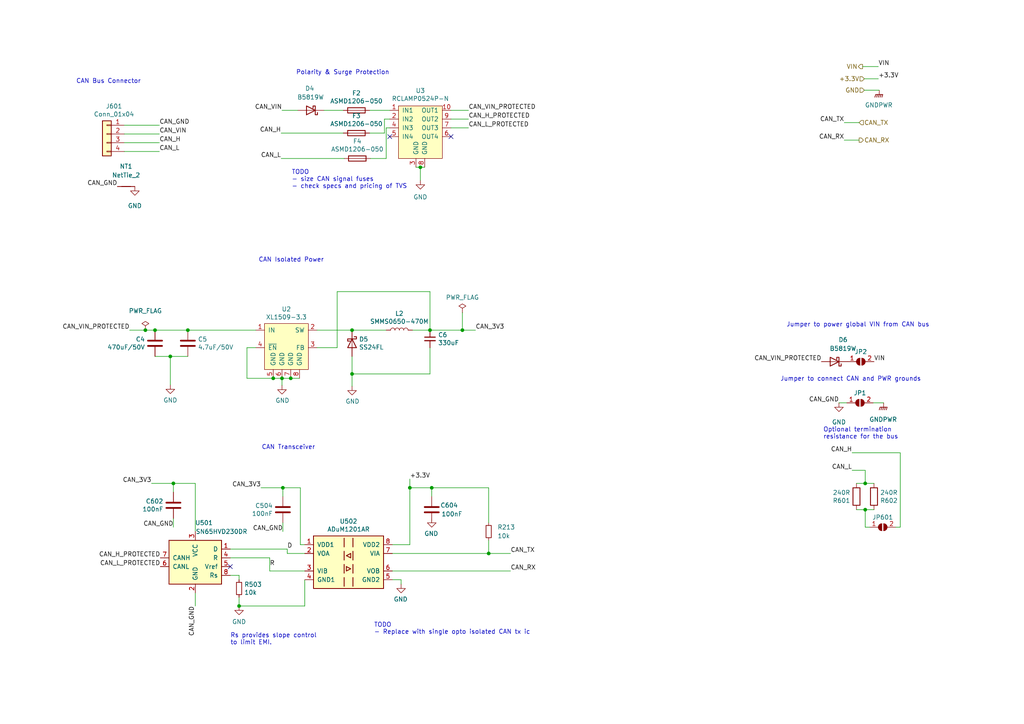
<source format=kicad_sch>
(kicad_sch (version 20230121) (generator eeschema)
  (paper "A4")
  (lib_symbols
    (symbol "Connector_Generic:Conn_01x04" (pin_names (offset 1.016) hide)
      (property "Reference" "J" (at 0 5.08 0))
      (property "Value" "Conn_01x04" (at 0 -7.62 0))
      (symbol "Conn_01x04_1_1"
        (rectangle (start -1.27 -4.953) (end 0 -5.207) (stroke (width 0.1524)))
        (rectangle (start -1.27 -2.413) (end 0 -2.667) (stroke (width 0.1524)))
        (rectangle (start -1.27 0.127) (end 0 -0.127) (stroke (width 0.1524)))
        (rectangle (start -1.27 2.667) (end 0 2.413) (stroke (width 0.1524)))
        (rectangle (start -1.27 3.81) (end 1.27 -6.35) (stroke (width 0.254)) (fill (type background)))
        (pin passive line (at -5.08 2.54 0) (length 3.81) (name "Pin_1") (number "1"))
        (pin passive line (at -5.08 0 0) (length 3.81) (name "Pin_2") (number "2"))
        (pin passive line (at -5.08 -2.54 0) (length 3.81) (name "Pin_3") (number "3"))
        (pin passive line (at -5.08 -5.08 0) (length 3.81) (name "Pin_4") (number "4"))
      )
    )
    (symbol "Device:C" (pin_numbers hide) (pin_names (offset 0.254))
      (property "Reference" "C" (at 0.635 2.54 0))
      (property "Value" "C" (at 0.635 -2.54 0))
      (symbol "C_0_1"
        (polyline (pts (xy -2.032 -0.762) (xy 2.032 -0.762)) (stroke (width 0.508)))
        (polyline (pts (xy -2.032 0.762) (xy 2.032 0.762)) (stroke (width 0.508)))
      )
      (symbol "C_1_1"
        (pin passive line (at 0 3.81 270) (length 2.794) (name "~") (number "1"))
        (pin passive line (at 0 -3.81 90) (length 2.794) (name "~") (number "2"))
      )
    )
    (symbol "Device:C_Small" (pin_numbers hide) (pin_names (offset 0.254) hide)
      (property "Reference" "C" (at 0.254 1.778 0))
      (property "Value" "C_Small" (at 0.254 -2.032 0))
      (symbol "C_Small_0_1"
        (polyline (pts (xy -1.524 -0.508) (xy 1.524 -0.508)) (stroke (width 0.3302)))
        (polyline (pts (xy -1.524 0.508) (xy 1.524 0.508)) (stroke (width 0.3048)))
      )
      (symbol "C_Small_1_1"
        (pin passive line (at 0 2.54 270) (length 2.032) (name "~") (number "1"))
        (pin passive line (at 0 -2.54 90) (length 2.032) (name "~") (number "2"))
      )
    )
    (symbol "Device:D_Schottky" (pin_numbers hide) (pin_names (offset 1.016) hide)
      (property "Reference" "D" (at 0 2.54 0))
      (property "Value" "D_Schottky" (at 0 -2.54 0))
      (symbol "D_Schottky_0_1"
        (polyline (pts (xy 1.27 0) (xy -1.27 0)))
        (polyline (pts (xy 1.27 1.27) (xy 1.27 -1.27) (xy -1.27 0) (xy 1.27 1.27)) (stroke (width 0.254)))
        (polyline (pts (xy -1.905 0.635) (xy -1.905 1.27) (xy -1.27 1.27) (xy -1.27 -1.27) (xy -0.635 -1.27) (xy -0.635 -0.635)) (stroke (width 0.254)))
      )
      (symbol "D_Schottky_1_1"
        (pin passive line (at -3.81 0 0) (length 2.54) (name "K") (number "1"))
        (pin passive line (at 3.81 0 180) (length 2.54) (name "A") (number "2"))
      )
    )
    (symbol "Device:Fuse" (pin_numbers hide) (pin_names (offset 0))
      (property "Reference" "F" (at 2.032 0 90))
      (property "Value" "Fuse" (at -1.905 0 90))
      (symbol "Fuse_0_1"
        (rectangle (start -0.762 -2.54) (end 0.762 2.54) (stroke (width 0.254)))
        (polyline (pts (xy 0 2.54) (xy 0 -2.54)))
      )
      (symbol "Fuse_1_1"
        (pin passive line (at 0 3.81 270) (length 1.27) (name "~") (number "1"))
        (pin passive line (at 0 -3.81 90) (length 1.27) (name "~") (number "2"))
      )
    )
    (symbol "Device:L" (pin_numbers hide) (pin_names (offset 1.016) hide)
      (property "Reference" "L" (at -1.27 0 90))
      (property "Value" "L" (at 1.905 0 90))
      (symbol "L_0_1"
        (arc (start 0 -2.54) (mid 0.6323 -1.905) (end 0 -1.27))
        (arc (start 0 -1.27) (mid 0.6323 -0.635) (end 0 0))
        (arc (start 0 0) (mid 0.6323 0.635) (end 0 1.27))
        (arc (start 0 1.27) (mid 0.6323 1.905) (end 0 2.54))
      )
      (symbol "L_1_1"
        (pin passive line (at 0 3.81 270) (length 1.27) (name "1") (number "1"))
        (pin passive line (at 0 -3.81 90) (length 1.27) (name "2") (number "2"))
      )
    )
    (symbol "Device:NetTie_2" (pin_numbers hide) (pin_names (offset 0) hide)
      (property "Reference" "NT" (at 0 1.27 0))
      (property "Value" "NetTie_2" (at 0 -1.27 0))
      (symbol "NetTie_2_0_1"
        (polyline (pts (xy -1.27 0) (xy 1.27 0)) (stroke (width 0.254)))
      )
      (symbol "NetTie_2_1_1"
        (pin passive line (at -2.54 0 0) (length 2.54) (name "1") (number "1"))
        (pin passive line (at 2.54 0 180) (length 2.54) (name "2") (number "2"))
      )
    )
    (symbol "Device:R" (pin_numbers hide) (pin_names (offset 0))
      (property "Reference" "R" (at 2.032 0 90))
      (property "Value" "R" (at 0 0 90))
      (symbol "R_0_1"
        (rectangle (start -1.016 -2.54) (end 1.016 2.54) (stroke (width 0.254)))
      )
      (symbol "R_1_1"
        (pin passive line (at 0 3.81 270) (length 1.27) (name "~") (number "1"))
        (pin passive line (at 0 -3.81 90) (length 1.27) (name "~") (number "2"))
      )
    )
    (symbol "Device:R_Small" (pin_numbers hide) (pin_names (offset 0.254) hide)
      (property "Reference" "R" (at 0.762 0.508 0))
      (property "Value" "R_Small" (at 0.762 -1.016 0))
      (symbol "R_Small_0_1"
        (rectangle (start -0.762 1.778) (end 0.762 -1.778) (stroke (width 0.2032)))
      )
      (symbol "R_Small_1_1"
        (pin passive line (at 0 2.54 270) (length 0.762) (name "~") (number "1"))
        (pin passive line (at 0 -2.54 90) (length 0.762) (name "~") (number "2"))
      )
    )
    (symbol "Interface_CAN_LIN:SN65HVD231" (pin_names (offset 1.016))
      (property "Reference" "U" (at -2.54 10.16 0))
      (property "Value" "SN65HVD231" (at -2.54 7.62 0))
      (symbol "SN65HVD231_0_1"
        (rectangle (start -7.62 5.08) (end 7.62 -7.62) (stroke (width 0.254)) (fill (type background)))
      )
      (symbol "SN65HVD231_1_1"
        (pin input line (at -10.16 2.54 0) (length 2.54) (name "D") (number "1"))
        (pin power_in line (at 0 -10.16 90) (length 2.54) (name "GND") (number "2"))
        (pin power_in line (at 0 7.62 270) (length 2.54) (name "VCC") (number "3"))
        (pin output line (at -10.16 0 0) (length 2.54) (name "R") (number "4"))
        (pin output line (at -10.16 -2.54 0) (length 2.54) (name "Vref") (number "5"))
        (pin bidirectional line (at 10.16 -2.54 180) (length 2.54) (name "CANL") (number "6"))
        (pin bidirectional line (at 10.16 0 180) (length 2.54) (name "CANH") (number "7"))
        (pin input line (at -10.16 -5.08 0) (length 2.54) (name "Rs") (number "8"))
      )
    )
    (symbol "Isolator:ADuM1201AR" (pin_names (offset 1.016))
      (property "Reference" "U" (at -10.16 8.89 0))
      (property "Value" "ADuM1201AR" (at -2.032 8.89 0))
      (symbol "ADuM1201AR_0_1"
        (rectangle (start -10.16 7.62) (end 10.16 -7.62) (stroke (width 0.254)) (fill (type background)))
        (polyline (pts (xy -1.27 -4.445) (xy -1.27 -6.985)) (stroke (width 0.254)))
        (polyline (pts (xy -1.27 -0.635) (xy -1.27 -3.175)) (stroke (width 0.254)))
        (polyline (pts (xy -1.27 3.175) (xy -1.27 0.635)) (stroke (width 0.254)))
        (polyline (pts (xy -1.27 6.985) (xy -1.27 4.445)) (stroke (width 0.254)))
        (polyline (pts (xy 1.27 -4.445) (xy 1.27 -6.985)) (stroke (width 0.254)))
        (polyline (pts (xy 1.27 -0.635) (xy 1.27 -3.175)) (stroke (width 0.254)))
        (polyline (pts (xy 1.27 3.175) (xy 1.27 0.635)) (stroke (width 0.254)))
        (polyline (pts (xy 1.27 6.985) (xy 1.27 4.445)) (stroke (width 0.254)))
        (polyline (pts (xy -0.635 -1.27) (xy -0.635 -2.54) (xy 0.635 -1.905) (xy -0.635 -1.27)) (stroke (width 0.254)))
        (polyline (pts (xy 0.635 2.54) (xy 0.635 1.27) (xy -0.635 1.905) (xy 0.635 2.54)) (stroke (width 0.254)))
      )
      (symbol "ADuM1201AR_1_1"
        (pin power_in line (at -12.7 5.08 0) (length 2.54) (name "VDD1") (number "1"))
        (pin output line (at -12.7 2.54 0) (length 2.54) (name "VOA") (number "2"))
        (pin input line (at -12.7 -2.54 0) (length 2.54) (name "VIB") (number "3"))
        (pin power_in line (at -12.7 -5.08 0) (length 2.54) (name "GND1") (number "4"))
        (pin power_in line (at 12.7 -5.08 180) (length 2.54) (name "GND2") (number "5"))
        (pin output line (at 12.7 -2.54 180) (length 2.54) (name "VOB") (number "6"))
        (pin input line (at 12.7 2.54 180) (length 2.54) (name "VIA") (number "7"))
        (pin power_in line (at 12.7 5.08 180) (length 2.54) (name "VDD2") (number "8"))
      )
    )
    (symbol "Jumper:SolderJumper_2_Open" (pin_names (offset 0) hide)
      (property "Reference" "JP" (at 0 2.032 0))
      (property "Value" "SolderJumper_2_Open" (at 0 -2.54 0))
      (symbol "SolderJumper_2_Open_0_1"
        (arc (start -0.254 1.016) (mid -1.2656 0) (end -0.254 -1.016))
        (arc (start -0.254 1.016) (mid -1.2656 0) (end -0.254 -1.016) (fill (type outline)))
        (polyline (pts (xy -0.254 1.016) (xy -0.254 -1.016)))
        (polyline (pts (xy 0.254 1.016) (xy 0.254 -1.016)))
        (arc (start 0.254 -1.016) (mid 1.2656 0) (end 0.254 1.016))
        (arc (start 0.254 -1.016) (mid 1.2656 0) (end 0.254 1.016) (fill (type outline)))
      )
      (symbol "SolderJumper_2_Open_1_1"
        (pin passive line (at -3.81 0 0) (length 2.54) (name "A") (number "1"))
        (pin passive line (at 3.81 0 180) (length 2.54) (name "B") (number "2"))
      )
    )
    (symbol "SH-ESP32:RCLAMP0524P-N" (pin_names (offset 1.016))
      (property "Reference" "U" (at 1.27 10.16 0))
      (property "Value" "RCLAMP0524P-N" (at 8.89 7.62 0))
      (symbol "RCLAMP0524P-N_0_1"
        (rectangle (start -6.35 6.35) (end 6.35 -8.89) (fill (type background)))
      )
      (symbol "RCLAMP0524P-N_1_1"
        (pin input line (at -8.89 5.08 0) (length 2.54) (name "IN1") (number "1"))
        (pin output line (at 8.89 5.08 180) (length 2.54) (name "OUT1") (number "10"))
        (pin input line (at -8.89 2.54 0) (length 2.54) (name "IN2") (number "2"))
        (pin power_in line (at -1.27 -11.43 90) (length 2.54) (name "GND") (number "3"))
        (pin input line (at -8.89 0 0) (length 2.54) (name "IN3") (number "4"))
        (pin input line (at -8.89 -2.54 0) (length 2.54) (name "IN4") (number "5"))
        (pin output line (at 8.89 -2.54 180) (length 2.54) (name "OUT4") (number "6"))
        (pin output line (at 8.89 0 180) (length 2.54) (name "OUT3") (number "7"))
        (pin power_in line (at 1.27 -11.43 90) (length 2.54) (name "GND") (number "8"))
        (pin output line (at 8.89 2.54 180) (length 2.54) (name "OUT2") (number "9"))
      )
    )
    (symbol "SH-ESP32:XL1509-ADJE1" (pin_names (offset 1.016))
      (property "Reference" "U" (at 1.27 10.795 0))
      (property "Value" "XL1509-ADJE1" (at 7.62 8.89 0))
      (symbol "XL1509-ADJE1_0_1"
        (rectangle (start -6.35 6.985) (end 6.35 -6.35) (fill (type background)))
      )
      (symbol "XL1509-ADJE1_1_1"
        (pin power_in line (at -8.89 5.08 0) (length 2.54) (name "IN") (number "1"))
        (pin power_out line (at 8.89 5.08 180) (length 2.54) (name "SW") (number "2"))
        (pin input line (at 8.89 0 180) (length 2.54) (name "FB") (number "3"))
        (pin input line (at -8.89 0 0) (length 2.54) (name "~{EN}") (number "4"))
        (pin power_in line (at -3.81 -8.89 90) (length 2.54) (name "GND") (number "5"))
        (pin power_in line (at -1.27 -8.89 90) (length 2.54) (name "GND") (number "6"))
        (pin power_in line (at 1.27 -8.89 90) (length 2.54) (name "GND") (number "7"))
        (pin power_in line (at 3.81 -8.89 90) (length 2.54) (name "GND") (number "8"))
      )
    )
    (symbol "power:GND" (power) (pin_names (offset 0))
      (property "Value" "GND" (at 0 -3.81 0))
      (symbol "GND_0_1"
        (polyline (pts (xy 0 0) (xy 0 -1.27) (xy 1.27 -1.27) (xy 0 -2.54) (xy -1.27 -1.27) (xy 0 -1.27)))
      )
      (symbol "GND_1_1"
        (pin power_in line (at 0 0 270) (length 0) hide (name "GND") (number "1"))
      )
    )
    (symbol "power:GNDPWR" (power) (pin_names (offset 0))
      (property "Value" "GNDPWR" (at 0 -3.302 0))
      (symbol "GNDPWR_0_1"
        (polyline (pts (xy 0 -1.27) (xy 0 0)))
        (polyline (pts (xy -1.016 -1.27) (xy -1.27 -2.032) (xy -1.27 -2.032)) (stroke (width 0.2032)))
        (polyline (pts (xy -0.508 -1.27) (xy -0.762 -2.032) (xy -0.762 -2.032)) (stroke (width 0.2032)))
        (polyline (pts (xy 0 -1.27) (xy -0.254 -2.032) (xy -0.254 -2.032)) (stroke (width 0.2032)))
        (polyline (pts (xy 0.508 -1.27) (xy 0.254 -2.032) (xy 0.254 -2.032)) (stroke (width 0.2032)))
        (polyline (pts (xy 1.016 -1.27) (xy -1.016 -1.27) (xy -1.016 -1.27)) (stroke (width 0.2032)))
        (polyline (pts (xy 1.016 -1.27) (xy 0.762 -2.032) (xy 0.762 -2.032) (xy 0.762 -2.032)) (stroke (width 0.2032)))
      )
      (symbol "GNDPWR_1_1"
        (pin power_in line (at 0 0 270) (length 0) hide (name "GNDPWR") (number "1"))
      )
    )
    (symbol "power:PWR_FLAG" (power) (pin_numbers hide) (pin_names (offset 0) hide)
      (property "Value" "PWR_FLAG" (at 0 3.81 0))
      (symbol "PWR_FLAG_0_0"
        (pin power_out line (at 0 0 90) (length 0) (name "pwr") (number "1"))
      )
      (symbol "PWR_FLAG_0_1"
        (polyline (pts (xy 0 0) (xy 0 1.27) (xy -1.016 1.905) (xy 0 2.54) (xy 1.016 1.905) (xy 0 1.27)))
      )
    )
  )
  (junction (at 82.042 141.478))
  (junction (at 49.403 103.378))
  (junction (at 250.952 140.208))
  (junction (at 250.952 147.828))
  (junction (at 42.164 95.758))
  (junction (at 134.112 95.758))
  (junction (at 84.328 109.728))
  (junction (at 124.714 95.758))
  (junction (at 54.483 95.758))
  (junction (at 44.958 95.758))
  (junction (at 81.788 109.728))
  (junction (at 102.108 108.458))
  (junction (at 121.92 48.514))
  (junction (at 125.222 141.478))
  (junction (at 79.248 109.728))
  (junction (at 118.872 141.478))
  (junction (at 141.732 160.528))
  (junction (at 50.292 140.208))
  (junction (at 69.342 175.768))
  (junction (at 102.108 95.758))
  (no_connect (at 66.802 164.338))
  (no_connect (at 113.03 39.624))
  (no_connect (at 130.81 39.624))
  (wire (pts (xy 81.788 32.004) (xy 86.36 32.004)))
  (wire (pts (xy 244.856 40.64) (xy 249.174 40.64)))
  (wire (pts (xy 134.112 90.678) (xy 134.112 95.758)))
  (wire (pts (xy 250.952 147.828) (xy 250.952 152.908)))
  (wire (pts (xy 141.732 160.528) (xy 148.082 160.528)))
  (wire (pts (xy 250.952 147.828) (xy 253.492 147.828)))
  (wire (pts (xy 102.108 108.458) (xy 102.108 112.014)))
  (wire (pts (xy 50.292 152.908) (xy 50.292 150.368)))
  (wire (pts (xy 113.03 34.544) (xy 111.506 34.544)))
  (wire (pts (xy 252.222 152.908) (xy 250.952 152.908)))
  (wire (pts (xy 84.328 109.728) (xy 81.788 109.728)))
  (wire (pts (xy 69.342 168.148) (xy 69.342 166.878)))
  (wire (pts (xy 250.19 19.304) (xy 254.762 19.304)))
  (wire (pts (xy 82.042 154.178) (xy 82.042 151.638)))
  (wire (pts (xy 93.98 32.004) (xy 99.568 32.004)))
  (wire (pts (xy 88.392 168.148) (xy 88.392 175.768)))
  (wire (pts (xy 107.188 38.608) (xy 111.506 38.608)))
  (wire (pts (xy 87.122 141.478) (xy 87.122 157.988)))
  (wire (pts (xy 102.108 103.378) (xy 102.108 108.458)))
  (wire (pts (xy 36.068 36.322) (xy 46.228 36.322)))
  (wire (pts (xy 69.342 175.768) (xy 69.342 173.228)))
  (wire (pts (xy 102.108 108.458) (xy 124.714 108.458)))
  (wire (pts (xy 71.628 100.838) (xy 74.168 100.838)))
  (wire (pts (xy 97.79 84.582) (xy 124.714 84.582)))
  (wire (pts (xy 261.112 152.908) (xy 261.112 131.318)))
  (wire (pts (xy 130.81 34.544) (xy 135.89 34.544)))
  (wire (pts (xy 81.788 109.728) (xy 79.248 109.728)))
  (wire (pts (xy 36.068 43.942) (xy 46.228 43.942)))
  (wire (pts (xy 253.238 116.84) (xy 256.286 116.84)))
  (wire (pts (xy 91.948 95.758) (xy 102.108 95.758)))
  (wire (pts (xy 56.642 140.208) (xy 50.292 140.208)))
  (wire (pts (xy 75.692 141.478) (xy 82.042 141.478)))
  (wire (pts (xy 107.188 32.004) (xy 113.03 32.004)))
  (wire (pts (xy 134.112 95.758) (xy 137.922 95.758)))
  (wire (pts (xy 124.714 95.758) (xy 134.112 95.758)))
  (wire (pts (xy 66.802 161.798) (xy 78.232 161.798)))
  (wire (pts (xy 36.068 41.402) (xy 46.228 41.402)))
  (wire (pts (xy 83.312 159.258) (xy 66.802 159.258)))
  (wire (pts (xy 78.232 165.608) (xy 88.392 165.608)))
  (wire (pts (xy 125.222 151.638) (xy 125.222 150.368)))
  (wire (pts (xy 69.342 166.878) (xy 66.802 166.878)))
  (wire (pts (xy 44.958 103.378) (xy 49.403 103.378)))
  (wire (pts (xy 69.342 175.768) (xy 88.392 175.768)))
  (wire (pts (xy 88.392 160.528) (xy 83.312 160.528)))
  (wire (pts (xy 71.628 109.728) (xy 71.628 100.838)))
  (wire (pts (xy 250.698 22.86) (xy 254.762 22.86)))
  (wire (pts (xy 250.952 140.208) (xy 253.492 140.208)))
  (wire (pts (xy 124.714 100.838) (xy 124.714 108.458)))
  (wire (pts (xy 141.732 156.718) (xy 141.732 160.528)))
  (wire (pts (xy 259.842 152.908) (xy 261.112 152.908)))
  (wire (pts (xy 250.698 26.162) (xy 255.016 26.162)))
  (wire (pts (xy 244.856 35.56) (xy 249.174 35.56)))
  (wire (pts (xy 50.292 142.748) (xy 50.292 140.208)))
  (wire (pts (xy 49.403 103.378) (xy 49.403 111.633)))
  (wire (pts (xy 97.79 100.838) (xy 97.79 84.582)))
  (wire (pts (xy 42.164 95.758) (xy 44.958 95.758)))
  (wire (pts (xy 82.042 141.478) (xy 87.122 141.478)))
  (wire (pts (xy 141.732 141.478) (xy 125.222 141.478)))
  (wire (pts (xy 113.792 165.608) (xy 148.082 165.608)))
  (wire (pts (xy 83.312 160.528) (xy 83.312 159.258)))
  (wire (pts (xy 261.112 131.318) (xy 247.142 131.318)))
  (wire (pts (xy 120.65 48.514) (xy 121.92 48.514)))
  (wire (pts (xy 125.222 144.018) (xy 125.222 141.478)))
  (wire (pts (xy 99.822 45.974) (xy 81.534 45.974)))
  (wire (pts (xy 71.628 109.728) (xy 79.248 109.728)))
  (wire (pts (xy 113.792 157.988) (xy 118.872 157.988)))
  (wire (pts (xy 141.732 141.478) (xy 141.732 151.638)))
  (wire (pts (xy 43.942 140.208) (xy 50.292 140.208)))
  (wire (pts (xy 113.03 37.084) (xy 112.014 37.084)))
  (wire (pts (xy 248.412 140.208) (xy 250.952 140.208)))
  (wire (pts (xy 112.014 37.084) (xy 112.014 45.974)))
  (wire (pts (xy 124.714 84.582) (xy 124.714 95.758)))
  (wire (pts (xy 113.792 160.528) (xy 141.732 160.528)))
  (wire (pts (xy 121.92 52.324) (xy 121.92 48.514)))
  (wire (pts (xy 247.142 136.398) (xy 250.952 136.398)))
  (wire (pts (xy 243.332 116.84) (xy 245.618 116.84)))
  (wire (pts (xy 111.506 34.544) (xy 111.506 38.608)))
  (wire (pts (xy 36.068 38.862) (xy 46.228 38.862)))
  (wire (pts (xy 125.222 141.478) (xy 118.872 141.478)))
  (wire (pts (xy 118.872 138.938) (xy 118.872 141.478)))
  (wire (pts (xy 118.872 141.478) (xy 118.872 157.988)))
  (wire (pts (xy 54.483 95.758) (xy 74.168 95.758)))
  (wire (pts (xy 248.412 147.828) (xy 250.952 147.828)))
  (wire (pts (xy 37.592 95.758) (xy 42.164 95.758)))
  (wire (pts (xy 130.81 37.084) (xy 135.89 37.084)))
  (wire (pts (xy 250.952 140.208) (xy 250.952 136.398)))
  (wire (pts (xy 112.014 45.974) (xy 107.442 45.974)))
  (wire (pts (xy 56.642 140.208) (xy 56.642 154.178)))
  (wire (pts (xy 86.868 109.728) (xy 84.328 109.728)))
  (wire (pts (xy 44.958 95.758) (xy 54.483 95.758)))
  (wire (pts (xy 56.642 175.768) (xy 56.642 171.958)))
  (wire (pts (xy 78.232 161.798) (xy 78.232 165.608)))
  (wire (pts (xy 54.483 103.378) (xy 49.403 103.378)))
  (wire (pts (xy 82.042 144.018) (xy 82.042 141.478)))
  (wire (pts (xy 81.788 109.728) (xy 81.788 111.76)))
  (wire (pts (xy 121.92 48.514) (xy 123.19 48.514)))
  (wire (pts (xy 116.332 168.148) (xy 113.792 168.148)))
  (wire (pts (xy 102.108 95.758) (xy 112.014 95.758)))
  (wire (pts (xy 116.332 169.418) (xy 116.332 168.148)))
  (wire (pts (xy 119.634 95.758) (xy 124.714 95.758)))
  (wire (pts (xy 87.122 157.988) (xy 88.392 157.988)))
  (wire (pts (xy 81.534 38.608) (xy 99.568 38.608)))
  (wire (pts (xy 91.948 100.838) (xy 97.79 100.838)))
  (wire (pts (xy 130.81 32.004) (xy 135.89 32.004)))
  (text "CAN Isolated Power" (at 93.98 76.2 0) (effects (font (size 1.27 1.27)) (justify right bottom)))
  (text "Rs provides slope control\nto limit EMI." (at 66.802 187.198 0) (effects (font (size 1.27 1.27)) (justify left bottom)))
  (text "Polarity & Surge Protection" (at 85.852 21.844 0) (effects (font (size 1.27 1.27)) (justify left bottom)))
  (text "CAN Bus Connector" (at 40.894 24.384 0) (effects (font (size 1.27 1.27)) (justify right bottom)))
  (text "Jumper to power global VIN from CAN bus" (at 228.092 94.996 0) (effects (font (size 1.27 1.27)) (justify left bottom)))
  (text "CAN Transceiver" (at 91.44 130.556 0) (effects (font (size 1.27 1.27)) (justify right bottom)))
  (text "Optional termination\nresistance for the bus" (at 238.76 127.508 0) (effects (font (size 1.27 1.27)) (justify left bottom)))
  (text "Jumper to connect CAN and PWR grounds" (at 226.314 110.744 0) (effects (font (size 1.27 1.27)) (justify left bottom)))
  (text "TODO\n- Replace with single opto isolated CAN tx ic" (at 108.458 184.15 0) (effects (font (size 1.27 1.27)) (justify left bottom)))
  (text "TODO\n- size CAN signal fuses\n- check specs and pricing of TVS" (at 84.582 54.864 0) (effects (font (size 1.27 1.27)) (justify left bottom)))
  (label "VIN" (at 253.492 104.902 0))
  (label "CAN_H_PROTECTED" (at 135.89 34.544 0))
  (label "CAN_GND" (at 50.292 152.908 180))
  (label "CAN_L" (at 247.142 136.398 180))
  (label "CAN_3V3" (at 137.922 95.758 0))
  (label "VIN" (at 254.762 19.304 0))
  (label "CAN_VIN_PROTECTED" (at 238.252 104.902 180))
  (label "CAN_H_PROTECTED" (at 46.482 161.798 180))
  (label "CAN_H" (at 46.228 41.402 0))
  (label "R" (at 78.232 164.338 0))
  (label "CAN_GND" (at 34.036 54.102 180))
  (label "D" (at 83.312 159.258 0))
  (label "CAN_GND" (at 46.228 36.322 0))
  (label "+3.3V" (at 254.762 22.86 0))
  (label "CAN_GND" (at 82.042 154.178 180))
  (label "CAN_L_PROTECTED" (at 135.89 37.084 0))
  (label "+3.3V" (at 118.872 138.938 0))
  (label "CAN_L" (at 81.534 45.974 180))
  (label "CAN_TX" (at 244.856 35.56 180))
  (label "CAN_L_PROTECTED" (at 46.482 164.338 180))
  (label "CAN_GND" (at 56.642 175.768 270))
  (label "CAN_H" (at 247.142 131.318 180))
  (label "CAN_VIN_PROTECTED" (at 135.89 32.004 0))
  (label "CAN_VIN_PROTECTED" (at 37.592 95.758 180))
  (label "CAN_VIN" (at 81.788 32.004 180))
  (label "CAN_L" (at 46.228 43.942 0))
  (label "CAN_VIN" (at 46.228 38.862 0))
  (label "CAN_TX" (at 148.082 160.528 0))
  (label "CAN_RX" (at 244.856 40.64 180))
  (label "CAN_GND" (at 243.332 116.84 180))
  (label "CAN_3V3" (at 75.692 141.478 180))
  (label "CAN_H" (at 81.534 38.608 180))
  (label "CAN_RX" (at 148.082 165.608 0))
  (label "CAN_3V3" (at 43.942 140.208 180))
  (hierarchical_label "+3.3V" (shape input) (at 250.698 22.86 180))
  (hierarchical_label "VIN" (shape output) (at 250.19 19.304 180))
  (hierarchical_label "CAN_TX" (shape input) (at 249.174 35.56 0))
  (hierarchical_label "GND" (shape input) (at 250.698 26.162 180))
  (hierarchical_label "CAN_RX" (shape output) (at 249.174 40.64 0))
  (symbol (lib_id "Device:R") (at 248.412 144.018 180) (unit 1)
    (property "Reference" "R601" (at 246.634 145.1864 0) (effects (justify left)))
    (property "Value" "240R" (at 246.634 142.875 0) (effects (justify left)))
    (property "Footprint" "Resistor_SMD:R_0805_2012Metric" (effects hide))
    (property "LCSC" "C17572" (effects hide))
  )
  (symbol (lib_id "power:GND") (at 116.332 169.418 0) (mirror y) (unit 1)
    (property "Reference" "#PWR0602" (effects hide))
    (property "Value" "GND" (at 116.205 173.8122 0))
  )
  (symbol (lib_id "Device:C") (at 125.222 147.828 0) (mirror y) (unit 1)
    (property "Reference" "C604" (at 132.842 146.558 0) (effects (justify left)))
    (property "Value" "100nF" (at 134.112 149.098 0) (effects (justify left)))
    (property "Footprint" "Capacitor_SMD:C_0402_1005Metric" (effects hide))
    (property "LCSC" "C1525" (effects hide))
  )
  (symbol (lib_id "power:GND") (at 125.222 150.368 0) (mirror y) (unit 1)
    (property "Reference" "#PWR0603" (effects hide))
    (property "Value" "GND" (at 125.095 154.7622 0))
  )
  (symbol (lib_id "Device:C") (at 50.292 146.558 0) (mirror y) (unit 1)
    (property "Reference" "C602" (at 47.371 145.3896 0) (effects (justify left)))
    (property "Value" "100nF" (at 47.371 147.701 0) (effects (justify left)))
    (property "Footprint" "Capacitor_SMD:C_0402_1005Metric" (effects hide))
    (property "LCSC" "C1525" (effects hide))
  )
  (symbol (lib_id "Connector_Generic:Conn_01x04") (at 30.988 38.862 0) (mirror y) (unit 1)
    (property "Reference" "J601" (at 33.0708 30.8102 0))
    (property "Value" "Conn_01x04" (at 33.0708 33.1216 0))
    (property "Footprint" "Connector_Phoenix_MC:PhoenixContact_MCV_1,5_4-G-3.81_1x04_P3.81mm_Vertical" (effects hide))
    (property "LCSC" " C8410" (effects hide))
  )
  (symbol (lib_id "Jumper:SolderJumper_2_Open") (at 256.032 152.908 0) (unit 1)
    (property "Reference" "JP601" (at 256.032 150.0378 0))
    (property "Value" "SolderJumper_2_Open" (effects hide))
    (property "Footprint" "SH-ESP32:SolderJumper-2_P1.3mm_Open_TrianglePad_Narrow" (effects hide))
  )
  (symbol (lib_id "Device:R") (at 253.492 144.018 0) (mirror x) (unit 1)
    (property "Reference" "R602" (at 255.27 145.1864 0) (effects (justify left)))
    (property "Value" "240R" (at 255.27 142.875 0) (effects (justify left)))
    (property "Footprint" "Resistor_SMD:R_0805_2012Metric" (effects hide))
    (property "LCSC" "C17572" (effects hide))
  )
  (symbol (lib_id "Isolator:ADuM1201AR") (at 101.092 163.068 0) (unit 1)
    (property "Reference" "U502" (at 101.092 151.2062 0))
    (property "Value" "ADuM1201AR" (at 101.092 153.5176 0))
    (property "Footprint" "Package_SO:SOIC-8_3.9x4.9mm_P1.27mm" (effects hide))
    (property "Datasheet" "https://www.analog.com/media/en/technical-documentation/data-sheets/ADuM1200_1201.pdf" (effects hide))
    (property "LCSC" "C9669" (effects hide))
  )
  (symbol (lib_id "Device:C") (at 82.042 147.828 0) (mirror y) (unit 1)
    (property "Reference" "C504" (at 79.121 146.6596 0) (effects (justify left)))
    (property "Value" "100nF" (at 79.121 148.971 0) (effects (justify left)))
    (property "Footprint" "Capacitor_SMD:C_0402_1005Metric" (effects hide))
    (property "LCSC" "C1525" (effects hide))
  )
  (symbol (lib_id "Interface_CAN_LIN:SN65HVD231") (at 56.642 161.798 0) (mirror y) (unit 1)
    (property "Reference" "U501" (at 59.182 151.638 0))
    (property "Value" "SN65HVD230DR" (at 64.262 154.178 0))
    (property "Footprint" "Package_SO:SOIC-8_3.9x4.9mm_P1.27mm" (effects hide))
    (property "Datasheet" "http://www.ti.com/lit/ds/symlink/sn65hvd230.pdf" (effects hide))
    (property "LCSC" "C12084" (effects hide))
  )
  (symbol (lib_id "Device:R_Small") (at 69.342 170.688 0) (unit 1)
    (property "Reference" "R503" (at 70.8406 169.5196 0) (effects (justify left)))
    (property "Value" "10k" (at 70.8406 171.831 0) (effects (justify left)))
    (property "Footprint" "Resistor_SMD:R_0402_1005Metric" (effects hide))
    (property "LCSC" "C25744" (effects hide))
  )
  (symbol (lib_id "Device:D_Schottky") (at 102.108 99.568 270) (unit 1)
    (property "Reference" "D5" (at 104.1146 98.3996 90) (effects (justify left)))
    (property "Value" "SS24FL" (at 104.1146 100.711 90) (effects (justify left)))
    (property "Footprint" "Diode_SMD:D_SOD-123F" (effects hide))
    (property "LCSC" "C489144" (effects hide))
  )
  (symbol (lib_id "power:GND") (at 81.788 111.76 0) (unit 1)
    (property "Reference" "#PWR012" (effects hide))
    (property "Value" "GND" (at 81.915 116.1542 0))
  )
  (symbol (lib_id "power:GND") (at 243.332 116.84 0) (unit 1)
    (property "Reference" "#PWR015" (effects hide))
    (property "Value" "GND" (at 243.332 122.428 0))
  )
  (symbol (lib_id "power:GND") (at 102.108 112.014 0) (unit 1)
    (property "Reference" "#PWR013" (effects hide))
    (property "Value" "GND" (at 102.235 116.4082 0))
  )
  (symbol (lib_id "power:PWR_FLAG") (at 134.112 90.678 0) (unit 1)
    (property "Reference" "#FLG01" (effects hide))
    (property "Value" "PWR_FLAG" (at 134.112 86.2584 0))
  )
  (symbol (lib_id "Device:Fuse") (at 103.632 45.974 270) (unit 1)
    (property "Reference" "F4" (at 103.632 40.9702 90))
    (property "Value" "ASMD1206-050" (at 103.632 43.2816 90))
    (property "Footprint" "Fuse:Fuse_1206_3216Metric" (effects hide))
    (property "Datasheet" "https://datasheet.lcsc.com/szlcsc/Shenzhen-JDT-Fuse-ASMD1206-050_C135338.pdf" (effects hide))
    (property "LCSC" "C135338" (effects hide))
  )
  (symbol (lib_id "Device:D_Schottky") (at 242.062 104.902 180) (unit 1)
    (property "Reference" "D6" (at 245.872 98.552 0) (effects (justify left)))
    (property "Value" "B5819W" (at 248.412 101.092 0) (effects (justify left)))
    (property "Footprint" "Diode_SMD:D_SOD-123" (effects hide))
    (property "LCSC" "C8598" (effects hide))
  )
  (symbol (lib_id "Device:R_Small") (at 141.732 154.178 0) (unit 1)
    (property "Reference" "R213" (at 144.272 152.9079 0) (effects (justify left)))
    (property "Value" "10k" (at 144.272 155.4479 0) (effects (justify left)))
    (property "Footprint" "Resistor_SMD:R_0402_1005Metric" (effects hide))
    (property "LCSC" "C25744" (effects hide))
  )
  (symbol (lib_id "power:GNDPWR") (at 255.016 26.162 0) (unit 1)
    (property "Reference" "#PWR016" (effects hide))
    (property "Value" "GNDPWR" (at 254.889 30.48 0))
  )
  (symbol (lib_id "Device:Fuse") (at 103.378 32.004 270) (unit 1)
    (property "Reference" "F2" (at 103.378 27.0002 90))
    (property "Value" "ASMD1206-050" (at 103.378 29.3116 90))
    (property "Footprint" "Fuse:Fuse_1206_3216Metric" (effects hide))
    (property "Datasheet" "https://datasheet.lcsc.com/szlcsc/Shenzhen-JDT-Fuse-ASMD1206-050_C135338.pdf" (effects hide))
    (property "LCSC" "C135338" (effects hide))
  )
  (symbol (lib_id "SH-ESP32:RCLAMP0524P-N") (at 121.92 37.084 0) (unit 1)
    (property "Reference" "U3" (at 121.92 26.289 0))
    (property "Value" "RCLAMP0524P-N" (at 121.92 28.6004 0))
    (property "Footprint" "Package_DFN_QFN:Diodes_UDFN-10_1.0x2.5mm_P0.5mm" (effects hide))
    (property "LCSC" "C316044" (effects hide))
  )
  (symbol (lib_id "Device:C") (at 44.958 99.568 0) (mirror x) (unit 1)
    (property "Reference" "C4" (at 42.0624 98.3996 0) (effects (justify right)))
    (property "Value" "470uF/50V" (at 42.0624 100.711 0) (effects (justify right)))
    (property "Footprint" "Capacitor_SMD:C_0805_2012Metric" (effects hide))
    (property "LCSC" "C13967" (effects hide))
  )
  (symbol (lib_id "power:GND") (at 49.403 111.633 0) (unit 1)
    (property "Reference" "#PWR09" (effects hide))
    (property "Value" "GND" (at 49.403 116.078 0))
  )
  (symbol (lib_id "power:GND") (at 69.342 175.768 0) (unit 1)
    (property "Reference" "#PWR011" (effects hide))
    (property "Value" "GND" (at 69.342 180.34 0))
  )
  (symbol (lib_id "power:PWR_FLAG") (at 42.164 95.758 0) (unit 1)
    (property "Reference" "#FLG0101" (effects hide))
    (property "Value" "PWR_FLAG" (at 42.164 90.17 0))
  )
  (symbol (lib_id "Jumper:SolderJumper_2_Open") (at 249.682 104.902 0) (unit 1)
    (property "Reference" "JP2" (at 249.682 102.0318 0))
    (property "Value" "SolderJumper_2_Open" (effects hide))
    (property "Footprint" "SH-ESP32:SolderJumper-2_P1.3mm_Open_TrianglePad_Narrow" (effects hide))
  )
  (symbol (lib_id "Device:C") (at 54.483 99.568 0) (unit 1)
    (property "Reference" "C5" (at 57.404 98.3996 0) (effects (justify left)))
    (property "Value" "4.7uF/50V" (at 57.404 100.711 0) (effects (justify left)))
    (property "Footprint" "Capacitor_SMD:C_1206_3216Metric" (effects hide))
    (property "Notes" "50V" (effects hide))
    (property "LCSC" "C29823" (effects hide))
  )
  (symbol (lib_id "SH-ESP32:XL1509-ADJE1") (at 83.058 100.838 0) (unit 1)
    (property "Reference" "U2" (at 83.058 89.662 0))
    (property "Value" "XL1509-3.3" (at 83.058 91.9734 0))
    (property "Footprint" "Package_SO:SOP-8_3.9x4.9mm_P1.27mm" (effects hide))
    (property "Datasheet" "https://datasheet.lcsc.com/lcsc/1809050422_XLSEMI-XL1509-5-0E1_C61063.pdf" (effects hide))
    (property "LCSC" "C2681226" (effects hide))
  )
  (symbol (lib_id "power:GND") (at 39.116 54.102 0) (unit 1)
    (property "Reference" "#PWR010" (effects hide))
    (property "Value" "GND" (at 39.116 59.69 0))
  )
  (symbol (lib_id "Device:D_Schottky") (at 90.17 32.004 180) (unit 1)
    (property "Reference" "D4" (at 91.186 25.654 0) (effects (justify left)))
    (property "Value" "B5819W" (at 93.98 28.194 0) (effects (justify left)))
    (property "Footprint" "Diode_SMD:D_SOD-123" (effects hide))
    (property "LCSC" "C8598" (effects hide))
  )
  (symbol (lib_id "Device:C_Small") (at 124.714 98.298 0) (unit 1)
    (property "Reference" "C6" (at 127.0508 97.1296 0) (effects (justify left)))
    (property "Value" "330uF" (at 127.0508 99.441 0) (effects (justify left)))
    (property "Footprint" "Capacitor_SMD:C_0402_1005Metric" (effects hide))
    (property "LCSC" "C1532" (effects hide))
  )
  (symbol (lib_id "power:GNDPWR") (at 256.286 116.84 0) (unit 1)
    (property "Reference" "#PWR017" (effects hide))
    (property "Value" "GNDPWR" (at 256.159 121.666 0))
  )
  (symbol (lib_id "Device:L") (at 115.824 95.758 90) (unit 1)
    (property "Reference" "L2" (at 115.824 90.932 90))
    (property "Value" "SMMS0650-470M" (at 115.824 93.2434 90))
    (property "Footprint" "SH-ESP32:SMMS0650-1R0M" (effects hide))
    (property "LCSC" "C149588" (effects hide))
  )
  (symbol (lib_id "Jumper:SolderJumper_2_Open") (at 249.428 116.84 0) (unit 1)
    (property "Reference" "JP1" (at 249.428 113.9698 0))
    (property "Value" "SolderJumper_2_Open" (effects hide))
    (property "Footprint" "SH-ESP32:SolderJumper-2_P1.3mm_Open_TrianglePad_Narrow" (effects hide))
  )
  (symbol (lib_id "Device:NetTie_2") (at 36.576 54.102 0) (unit 1)
    (property "Reference" "NT1" (at 36.576 48.26 0))
    (property "Value" "NetTie_2" (at 36.576 50.8 0))
  )
  (symbol (lib_id "power:GND") (at 121.92 52.324 0) (unit 1)
    (property "Reference" "#PWR014" (effects hide))
    (property "Value" "GND" (at 121.92 57.15 0))
  )
  (symbol (lib_id "Device:Fuse") (at 103.378 38.608 270) (unit 1)
    (property "Reference" "F3" (at 103.378 33.6042 90))
    (property "Value" "ASMD1206-050" (at 103.378 35.9156 90))
    (property "Footprint" "Fuse:Fuse_1206_3216Metric" (effects hide))
    (property "Datasheet" "https://datasheet.lcsc.com/szlcsc/Shenzhen-JDT-Fuse-ASMD1206-050_C135338.pdf" (effects hide))
    (property "LCSC" "C135338" (effects hide))
  )
)
</source>
